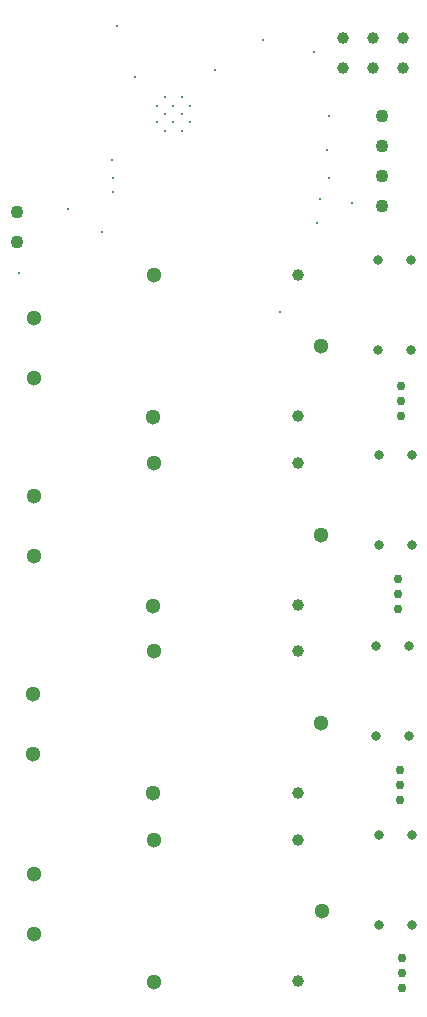
<source format=gbr>
%TF.GenerationSoftware,KiCad,Pcbnew,8.0.7*%
%TF.CreationDate,2025-05-26T13:39:32+05:30*%
%TF.ProjectId,smart_board,736d6172-745f-4626-9f61-72642e6b6963,rev?*%
%TF.SameCoordinates,Original*%
%TF.FileFunction,Plated,1,2,PTH,Drill*%
%TF.FilePolarity,Positive*%
%FSLAX46Y46*%
G04 Gerber Fmt 4.6, Leading zero omitted, Abs format (unit mm)*
G04 Created by KiCad (PCBNEW 8.0.7) date 2025-05-26 13:39:32*
%MOMM*%
%LPD*%
G01*
G04 APERTURE LIST*
%TA.AperFunction,ComponentDrill*%
%ADD10C,0.200000*%
%TD*%
%TA.AperFunction,ViaDrill*%
%ADD11C,0.300000*%
%TD*%
%TA.AperFunction,ComponentDrill*%
%ADD12C,0.750000*%
%TD*%
%TA.AperFunction,ComponentDrill*%
%ADD13C,0.800000*%
%TD*%
%TA.AperFunction,ComponentDrill*%
%ADD14C,1.000000*%
%TD*%
%TA.AperFunction,ComponentDrill*%
%ADD15C,1.100000*%
%TD*%
%TA.AperFunction,ComponentDrill*%
%ADD16C,1.300000*%
%TD*%
G04 APERTURE END LIST*
D10*
%TO.C,U1*%
X79825000Y-64675000D03*
X79825000Y-66075000D03*
X80525000Y-63975000D03*
X80525000Y-65375000D03*
X80525000Y-66775000D03*
X81200000Y-64675000D03*
X81200000Y-66075000D03*
X81925000Y-63975000D03*
X81925000Y-65375000D03*
X81925000Y-66775000D03*
X82625000Y-64675000D03*
X82625000Y-66075000D03*
%TD*%
D11*
X68100000Y-78850000D03*
X72300000Y-73400000D03*
X75175000Y-75400000D03*
X76000000Y-69300000D03*
X76100000Y-70800000D03*
X76100000Y-72000000D03*
X76425000Y-57900000D03*
X77975000Y-62250000D03*
X84725000Y-61675000D03*
X88800000Y-59075000D03*
X90200000Y-82100000D03*
X93100000Y-60100000D03*
X93400000Y-74575000D03*
X93600000Y-72600000D03*
X94200000Y-68400000D03*
X94400000Y-65500000D03*
X94400000Y-70800000D03*
X96300000Y-72900000D03*
D12*
%TO.C,T2*%
X100200000Y-104700000D03*
X100200000Y-105970000D03*
X100200000Y-107240000D03*
%TO.C,T3*%
X100360000Y-120930000D03*
X100360000Y-122200000D03*
X100360000Y-123470000D03*
%TO.C,T1*%
X100475000Y-88385000D03*
X100475000Y-89655000D03*
X100475000Y-90925000D03*
%TO.C,T4*%
X100600000Y-136860000D03*
X100600000Y-138130000D03*
X100600000Y-139400000D03*
D13*
%TO.C,D3*%
X98400000Y-110400000D03*
X98400000Y-118020000D03*
%TO.C,D2*%
X98560000Y-77695000D03*
X98560000Y-85315000D03*
%TO.C,D1*%
X98600000Y-94280000D03*
X98600000Y-101900000D03*
%TO.C,D4*%
X98600000Y-126400000D03*
X98600000Y-134020000D03*
%TO.C,R3*%
X101200000Y-110400000D03*
X101200000Y-118020000D03*
%TO.C,R1*%
X101360000Y-77720000D03*
X101360000Y-85340000D03*
%TO.C,R2*%
X101400000Y-94280000D03*
X101400000Y-101900000D03*
%TO.C,R4*%
X101400000Y-126390000D03*
X101400000Y-134010000D03*
D14*
%TO.C,K1*%
X91750000Y-78975000D03*
X91750000Y-90975000D03*
%TO.C,K2*%
X91750000Y-94950000D03*
X91750000Y-106950000D03*
%TO.C,K3*%
X91750000Y-110850000D03*
X91750000Y-122850000D03*
%TO.C,K4*%
X91800000Y-126800000D03*
X91800000Y-138800000D03*
%TO.C,J4*%
X95545000Y-58975000D03*
X95545000Y-61515000D03*
X98085000Y-58975000D03*
X98085000Y-61515000D03*
X100625000Y-58975000D03*
X100625000Y-61515000D03*
D15*
%TO.C,J1*%
X67940000Y-73660000D03*
X67940000Y-76200000D03*
%TO.C,J2*%
X98850000Y-65530000D03*
X98850000Y-68070000D03*
X98850000Y-70610000D03*
X98850000Y-73150000D03*
D16*
%TO.C,J6*%
X69295000Y-114455000D03*
X69295000Y-119535000D03*
%TO.C,J3*%
X69395000Y-82630000D03*
X69395000Y-87710000D03*
%TO.C,J5*%
X69400000Y-97720000D03*
X69400000Y-102800000D03*
%TO.C,J7*%
X69400000Y-129700000D03*
X69400000Y-134780000D03*
%TO.C,K1*%
X79500000Y-91025000D03*
%TO.C,K2*%
X79500000Y-107000000D03*
%TO.C,K3*%
X79500000Y-122900000D03*
%TO.C,K1*%
X79550000Y-78975000D03*
%TO.C,K2*%
X79550000Y-94950000D03*
%TO.C,K3*%
X79550000Y-110850000D03*
%TO.C,K4*%
X79550000Y-138850000D03*
X79600000Y-126800000D03*
%TO.C,K1*%
X93700000Y-85025000D03*
%TO.C,K2*%
X93700000Y-101000000D03*
%TO.C,K3*%
X93700000Y-116900000D03*
%TO.C,K4*%
X93750000Y-132850000D03*
M02*

</source>
